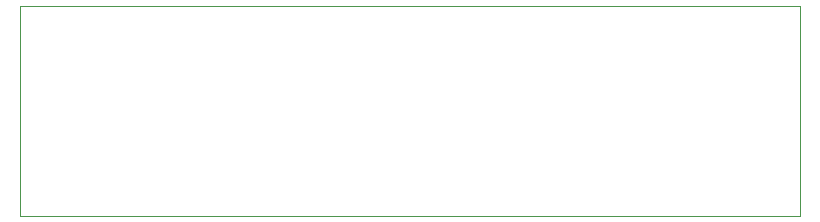
<source format=gbr>
%TF.GenerationSoftware,KiCad,Pcbnew,(5.1.10-1-10_14)*%
%TF.CreationDate,2021-09-16T13:02:04+08:00*%
%TF.ProjectId,AT90USB1287-Board,41543930-5553-4423-9132-38372d426f61,rev?*%
%TF.SameCoordinates,Original*%
%TF.FileFunction,Profile,NP*%
%FSLAX46Y46*%
G04 Gerber Fmt 4.6, Leading zero omitted, Abs format (unit mm)*
G04 Created by KiCad (PCBNEW (5.1.10-1-10_14)) date 2021-09-16 13:02:04*
%MOMM*%
%LPD*%
G01*
G04 APERTURE LIST*
%TA.AperFunction,Profile*%
%ADD10C,0.100000*%
%TD*%
G04 APERTURE END LIST*
D10*
X106934000Y-63246000D02*
X172974000Y-63246000D01*
X106934000Y-81026000D02*
X106934000Y-63246000D01*
X172974000Y-81026000D02*
X106934000Y-81026000D01*
X172974000Y-63246000D02*
X172974000Y-81026000D01*
M02*

</source>
